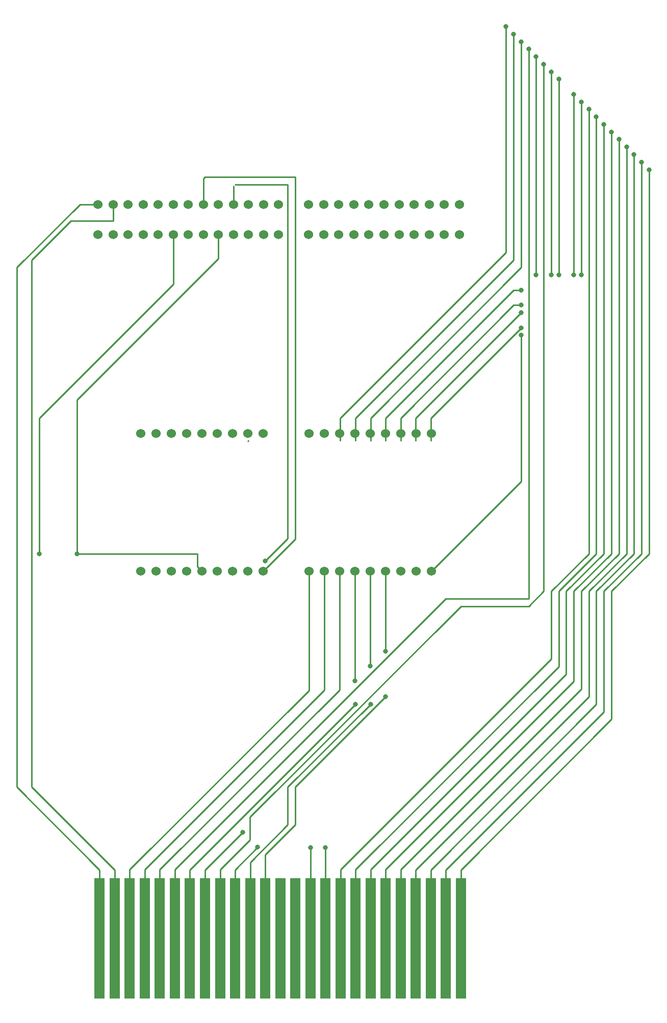
<source format=gbr>
%TF.GenerationSoftware,KiCad,Pcbnew,5.1.6-c6e7f7d~87~ubuntu18.04.1*%
%TF.CreationDate,2020-08-28T14:58:37-05:00*%
%TF.ProjectId,test_pcb,74657374-5f70-4636-922e-6b696361645f,rev?*%
%TF.SameCoordinates,Original*%
%TF.FileFunction,Copper,L2,Bot*%
%TF.FilePolarity,Positive*%
%FSLAX46Y46*%
G04 Gerber Fmt 4.6, Leading zero omitted, Abs format (unit mm)*
G04 Created by KiCad (PCBNEW 5.1.6-c6e7f7d~87~ubuntu18.04.1) date 2020-08-28 14:58:37*
%MOMM*%
%LPD*%
G01*
G04 APERTURE LIST*
%TA.AperFunction,ComponentPad*%
%ADD10C,1.524000*%
%TD*%
%TA.AperFunction,SMDPad,CuDef*%
%ADD11R,1.800000X20.000000*%
%TD*%
%TA.AperFunction,ViaPad*%
%ADD12C,0.800000*%
%TD*%
%TA.AperFunction,Conductor*%
%ADD13C,0.250000*%
%TD*%
G04 APERTURE END LIST*
D10*
%TO.P,REF\u002A\u002A,49*%
%TO.N,N/C*%
X109740000Y-45760000D03*
%TO.P,REF\u002A\u002A,48*%
X109740000Y-50760000D03*
%TO.P,REF\u002A\u002A,47*%
X112240000Y-45760000D03*
%TO.P,REF\u002A\u002A,46*%
X114740000Y-45760000D03*
%TO.P,REF\u002A\u002A,45*%
X117240000Y-45760000D03*
%TO.P,REF\u002A\u002A,44*%
X119740000Y-45760000D03*
%TO.P,REF\u002A\u002A,43*%
X122240000Y-45760000D03*
%TO.P,REF\u002A\u002A,42*%
X124740000Y-45760000D03*
%TO.P,REF\u002A\u002A,41*%
X127240000Y-45760000D03*
%TO.P,REF\u002A\u002A,40*%
X129740000Y-45760000D03*
%TO.P,REF\u002A\u002A,39*%
X132240000Y-45760000D03*
%TO.P,REF\u002A\u002A,38*%
X134740000Y-45760000D03*
%TO.P,REF\u002A\u002A,37*%
X137240000Y-45760000D03*
%TO.P,REF\u002A\u002A,36*%
X139740000Y-45760000D03*
%TO.P,REF\u002A\u002A,35*%
X144740000Y-45760000D03*
%TO.P,REF\u002A\u002A,34*%
X147240000Y-45760000D03*
%TO.P,REF\u002A\u002A,33*%
X149740000Y-45760000D03*
%TO.P,REF\u002A\u002A,32*%
X152240000Y-45760000D03*
%TO.P,REF\u002A\u002A,31*%
X154740000Y-45760000D03*
%TO.P,REF\u002A\u002A,30*%
X157240000Y-45760000D03*
%TO.P,REF\u002A\u002A,29*%
X159740000Y-45760000D03*
%TO.P,REF\u002A\u002A,28*%
X162240000Y-45760000D03*
%TO.P,REF\u002A\u002A,27*%
X164740000Y-45760000D03*
%TO.P,REF\u002A\u002A,26*%
X167240000Y-45760000D03*
%TO.P,REF\u002A\u002A,25*%
X169740000Y-45760000D03*
%TO.P,REF\u002A\u002A,24*%
X169740000Y-50760000D03*
%TO.P,REF\u002A\u002A,23*%
X167240000Y-50760000D03*
%TO.P,REF\u002A\u002A,22*%
X164740000Y-50760000D03*
%TO.P,REF\u002A\u002A,21*%
X162240000Y-50760000D03*
%TO.P,REF\u002A\u002A,20*%
X159740000Y-50760000D03*
%TO.P,REF\u002A\u002A,19*%
X157240000Y-50760000D03*
%TO.P,REF\u002A\u002A,18*%
X154740000Y-50760000D03*
%TO.P,REF\u002A\u002A,17*%
X152240000Y-50760000D03*
%TO.P,REF\u002A\u002A,16*%
X149740000Y-50760000D03*
%TO.P,REF\u002A\u002A,15*%
X147240000Y-50760000D03*
%TO.P,REF\u002A\u002A,14*%
X144740000Y-50760000D03*
%TO.P,REF\u002A\u002A,13*%
X139740000Y-50760000D03*
%TO.P,REF\u002A\u002A,12*%
X137240000Y-50760000D03*
%TO.P,REF\u002A\u002A,11*%
X137240000Y-50760000D03*
%TO.P,REF\u002A\u002A,10*%
X134740000Y-50760000D03*
%TO.P,REF\u002A\u002A,9*%
X132240000Y-50760000D03*
%TO.P,REF\u002A\u002A,8*%
X129740000Y-50760000D03*
%TO.P,REF\u002A\u002A,7*%
X127240000Y-50760000D03*
%TO.P,REF\u002A\u002A,6*%
X124740000Y-50760000D03*
%TO.P,REF\u002A\u002A,5*%
X122240000Y-50760000D03*
%TO.P,REF\u002A\u002A,4*%
X119740000Y-50760000D03*
%TO.P,REF\u002A\u002A,3*%
X117240000Y-50760000D03*
%TO.P,REF\u002A\u002A,2*%
X114740000Y-50760000D03*
%TO.P,REF\u002A\u002A,1*%
X112240000Y-50760000D03*
%TD*%
D11*
%TO.P,REF\u002A\u002A,1*%
%TO.N,N/C*%
X110020000Y-167640000D03*
%TO.P,REF\u002A\u002A,2*%
X112520000Y-167640000D03*
%TO.P,REF\u002A\u002A,3*%
X115020000Y-167640000D03*
%TO.P,REF\u002A\u002A,4*%
X117520000Y-167640000D03*
%TO.P,REF\u002A\u002A,5*%
X120020000Y-167640000D03*
%TO.P,REF\u002A\u002A,6*%
X122520000Y-167640000D03*
%TO.P,REF\u002A\u002A,7*%
X125020000Y-167640000D03*
%TO.P,REF\u002A\u002A,8*%
X127520000Y-167640000D03*
%TO.P,REF\u002A\u002A,9*%
X130020000Y-167640000D03*
%TO.P,REF\u002A\u002A,10*%
X132520000Y-167640000D03*
%TO.P,REF\u002A\u002A,11*%
X135020000Y-167640000D03*
%TO.P,REF\u002A\u002A,12*%
X137520000Y-167640000D03*
%TO.P,REF\u002A\u002A,13*%
X140020000Y-167640000D03*
%TO.P,REF\u002A\u002A,14*%
X142520000Y-167640000D03*
%TO.P,REF\u002A\u002A,15*%
X145020000Y-167640000D03*
%TO.P,REF\u002A\u002A,16*%
X147520000Y-167640000D03*
%TO.P,REF\u002A\u002A,17*%
X150020000Y-167640000D03*
%TO.P,REF\u002A\u002A,18*%
X152520000Y-167640000D03*
%TO.P,REF\u002A\u002A,19*%
X155020000Y-167640000D03*
%TO.P,REF\u002A\u002A,20*%
X157520000Y-167640000D03*
%TO.P,REF\u002A\u002A,21*%
X160020000Y-167640000D03*
%TO.P,REF\u002A\u002A,22*%
X162520000Y-167640000D03*
%TO.P,REF\u002A\u002A,23*%
X165020000Y-167640000D03*
%TO.P,REF\u002A\u002A,24*%
X167520000Y-167640000D03*
%TO.P,REF\u002A\u002A,25*%
X170020000Y-167640000D03*
%TD*%
D10*
%TO.P,REF\u002A\u002A,1*%
%TO.N,N/C*%
X116840000Y-106680000D03*
%TO.P,REF\u002A\u002A,2*%
X119380000Y-106680000D03*
%TO.P,REF\u002A\u002A,3*%
X121920000Y-106680000D03*
%TO.P,REF\u002A\u002A,4*%
X124460000Y-106680000D03*
%TO.P,REF\u002A\u002A,5*%
X127000000Y-106680000D03*
%TO.P,REF\u002A\u002A,6*%
X129540000Y-106680000D03*
%TO.P,REF\u002A\u002A,7*%
X132080000Y-106680000D03*
%TO.P,REF\u002A\u002A,8*%
X134620000Y-106680000D03*
%TO.P,REF\u002A\u002A,9*%
X137160000Y-106680000D03*
%TO.P,REF\u002A\u002A,10*%
X144780000Y-106680000D03*
%TO.P,REF\u002A\u002A,12*%
X147320000Y-106680000D03*
%TO.P,REF\u002A\u002A,11*%
X149860000Y-106680000D03*
%TO.P,REF\u002A\u002A,13*%
X152400000Y-106680000D03*
%TO.P,REF\u002A\u002A,14*%
X154940000Y-106680000D03*
%TO.P,REF\u002A\u002A,15*%
X157480000Y-106680000D03*
%TO.P,REF\u002A\u002A,16*%
X160020000Y-106680000D03*
%TO.P,REF\u002A\u002A,17*%
X162560000Y-106680000D03*
%TO.P,REF\u002A\u002A,18*%
X165100000Y-106680000D03*
%TO.P,REF\u002A\u002A,19*%
X116840000Y-83820000D03*
%TO.P,REF\u002A\u002A,20*%
X119380000Y-83820000D03*
%TO.P,REF\u002A\u002A,21*%
X121920000Y-83820000D03*
%TO.P,REF\u002A\u002A,22*%
X124460000Y-83820000D03*
%TO.P,REF\u002A\u002A,23*%
X127000000Y-83820000D03*
%TO.P,REF\u002A\u002A,24*%
X129540000Y-83820000D03*
%TO.P,REF\u002A\u002A,25*%
X132080000Y-83820000D03*
%TO.P,REF\u002A\u002A,26*%
X134620000Y-83820000D03*
%TO.P,REF\u002A\u002A,27*%
X137160000Y-83820000D03*
%TO.P,REF\u002A\u002A,28*%
X144780000Y-83820000D03*
%TO.P,REF\u002A\u002A,29*%
X147320000Y-83820000D03*
%TO.P,REF\u002A\u002A,30*%
X149860000Y-83820000D03*
%TO.P,REF\u002A\u002A,31*%
X152400000Y-83820000D03*
%TO.P,REF\u002A\u002A,32*%
X154940000Y-83820000D03*
%TO.P,REF\u002A\u002A,33*%
X157480000Y-83820000D03*
%TO.P,REF\u002A\u002A,34*%
X160020000Y-83820000D03*
%TO.P,REF\u002A\u002A,35*%
X162560000Y-83820000D03*
%TO.P,REF\u002A\u002A,36*%
X165100000Y-83820000D03*
%TD*%
D12*
%TO.N,*%
X106250000Y-103750000D03*
X100000000Y-103750000D03*
X177500000Y-16250000D03*
X178750000Y-17500000D03*
X180000000Y-18750000D03*
X181250000Y-20000000D03*
X182500000Y-21250000D03*
X183750000Y-22500000D03*
X185000000Y-23750000D03*
X186250000Y-25000000D03*
X188750000Y-27500000D03*
X190000000Y-28750000D03*
X191250000Y-30000000D03*
X192500000Y-31250000D03*
X193750000Y-32500000D03*
X195000000Y-33750000D03*
X196250000Y-35000000D03*
X197500000Y-36250000D03*
X198750000Y-37500000D03*
X200000000Y-38750000D03*
X201250000Y-40000000D03*
X182500000Y-57500000D03*
X180000000Y-60000000D03*
X152400000Y-124900000D03*
X152500000Y-128750000D03*
X137500000Y-105000000D03*
X133750000Y-150000000D03*
X136250000Y-152500000D03*
X185000000Y-57500000D03*
X186250000Y-57500000D03*
X180000000Y-62500000D03*
X180000000Y-63750000D03*
X154940000Y-122440000D03*
X157500000Y-120000000D03*
X157500000Y-127500000D03*
X155000000Y-128750000D03*
X145020000Y-152520000D03*
X147520000Y-152520000D03*
X188750000Y-57500000D03*
X190000000Y-57500000D03*
X180000000Y-66250000D03*
X180000000Y-67500000D03*
%TD*%
D13*
%TO.N,*%
X134740000Y-84970000D02*
X134620000Y-85090000D01*
X144740000Y-83780000D02*
X144780000Y-83820000D01*
X129740000Y-50760000D02*
X129740000Y-54740000D01*
X129740000Y-54740000D02*
X106250000Y-78230000D01*
X106250000Y-78230000D02*
X106250000Y-103750000D01*
X122240000Y-50760000D02*
X122240000Y-54740000D01*
X122240000Y-54740000D02*
X122240000Y-59010000D01*
X122240000Y-59010000D02*
X100000000Y-81250000D01*
X100000000Y-81250000D02*
X100000000Y-103750000D01*
X106250000Y-103750000D02*
X106250000Y-103750000D01*
X100000000Y-103750000D02*
X100000000Y-103750000D01*
X106250000Y-103750000D02*
X126250000Y-103750000D01*
X126250000Y-105930000D02*
X127000000Y-106680000D01*
X126250000Y-103750000D02*
X126250000Y-105930000D01*
X132240000Y-45760000D02*
X132240000Y-42760000D01*
X132500000Y-42500000D02*
X141250000Y-42500000D01*
X141250000Y-42500000D02*
X141250000Y-59410000D01*
X127500000Y-41250000D02*
X142500000Y-41250000D01*
X142500000Y-101340000D02*
X137160000Y-106680000D01*
X127240000Y-45760000D02*
X127240000Y-41510000D01*
X142500000Y-41250000D02*
X142500000Y-101340000D01*
X127240000Y-41510000D02*
X127500000Y-41250000D01*
X98750000Y-142500000D02*
X112520000Y-156270000D01*
X98750000Y-55000000D02*
X98750000Y-142500000D01*
X105260000Y-48490000D02*
X98750000Y-55000000D01*
X112240000Y-45760000D02*
X112240000Y-48490000D01*
X112520000Y-156270000D02*
X112520000Y-167640000D01*
X112240000Y-48490000D02*
X105260000Y-48490000D01*
X110020000Y-156270000D02*
X110020000Y-167640000D01*
X96250000Y-56250000D02*
X96250000Y-142500000D01*
X96250000Y-142500000D02*
X110020000Y-156270000D01*
X109740000Y-45760000D02*
X106740000Y-45760000D01*
X106740000Y-45760000D02*
X96250000Y-56250000D01*
X178750000Y-17500000D02*
X178750000Y-52500000D01*
X180000000Y-18750000D02*
X180000000Y-52500000D01*
X182500000Y-21250000D02*
X182500000Y-52500000D01*
X188750000Y-27500000D02*
X188750000Y-52500000D01*
X190000000Y-28750000D02*
X190000000Y-52500000D01*
X177500000Y-16250000D02*
X177500000Y-52500000D01*
X177500000Y-52500000D02*
X177500000Y-53750000D01*
X177500000Y-53750000D02*
X150000000Y-81250000D01*
X150000000Y-81250000D02*
X150000000Y-85000000D01*
X178750000Y-52500000D02*
X178750000Y-55000000D01*
X178750000Y-55000000D02*
X152500000Y-81250000D01*
X152500000Y-81250000D02*
X152500000Y-85000000D01*
X180000000Y-52500000D02*
X180000000Y-56250000D01*
X180000000Y-56250000D02*
X155000000Y-81250000D01*
X155000000Y-81250000D02*
X155000000Y-85000000D01*
X144780000Y-106680000D02*
X144780000Y-126470000D01*
X115020000Y-156230000D02*
X115020000Y-167640000D01*
X144780000Y-126470000D02*
X115020000Y-156230000D01*
X147320000Y-106680000D02*
X147320000Y-126430000D01*
X117520000Y-156230000D02*
X117520000Y-167640000D01*
X147320000Y-126430000D02*
X117520000Y-156230000D01*
X149860000Y-106680000D02*
X149860000Y-126390000D01*
X120020000Y-156230000D02*
X120020000Y-167640000D01*
X149860000Y-126390000D02*
X120020000Y-156230000D01*
X167500000Y-111250000D02*
X122520000Y-156230000D01*
X122520000Y-156230000D02*
X122520000Y-167640000D01*
X181250000Y-20000000D02*
X181250000Y-111250000D01*
X181250000Y-111250000D02*
X167500000Y-111250000D01*
X182500000Y-52500000D02*
X182500000Y-57500000D01*
X182500000Y-57500000D02*
X182500000Y-57500000D01*
X180000000Y-60000000D02*
X178750000Y-60000000D01*
X178750000Y-60000000D02*
X157500000Y-81250000D01*
X157500000Y-81250000D02*
X157500000Y-85000000D01*
X152400000Y-106680000D02*
X152400000Y-124900000D01*
X152400000Y-124900000D02*
X152400000Y-124900000D01*
X152500000Y-128750000D02*
X125000000Y-156250000D01*
X125020000Y-156270000D02*
X125020000Y-167640000D01*
X125000000Y-156250000D02*
X125020000Y-156270000D01*
X141250000Y-59410000D02*
X141250000Y-101250000D01*
X141250000Y-101250000D02*
X137500000Y-105000000D01*
X137500000Y-105000000D02*
X137500000Y-105000000D01*
X133750000Y-150000000D02*
X127500000Y-156250000D01*
X127520000Y-156270000D02*
X127520000Y-167640000D01*
X127500000Y-156250000D02*
X127520000Y-156270000D01*
X135000000Y-151250000D02*
X130020000Y-156230000D01*
X183750000Y-22500000D02*
X183750000Y-110000000D01*
X130020000Y-156230000D02*
X130020000Y-167640000D01*
X136250000Y-152500000D02*
X132500000Y-156250000D01*
X132520000Y-156270000D02*
X132520000Y-167640000D01*
X132500000Y-156250000D02*
X132520000Y-156270000D01*
X186250000Y-25000000D02*
X186250000Y-52500000D01*
X185000000Y-23750000D02*
X185000000Y-52500000D01*
X185000000Y-52500000D02*
X185000000Y-57500000D01*
X186250000Y-52500000D02*
X186250000Y-57500000D01*
X185000000Y-57500000D02*
X185000000Y-57500000D01*
X186250000Y-57500000D02*
X186250000Y-57500000D01*
X180000000Y-62500000D02*
X178750000Y-62500000D01*
X178750000Y-62500000D02*
X160000000Y-81250000D01*
X160000000Y-81250000D02*
X160000000Y-85000000D01*
X180000000Y-63750000D02*
X162500000Y-81250000D01*
X162500000Y-81250000D02*
X162500000Y-85000000D01*
X154940000Y-106680000D02*
X154940000Y-122440000D01*
X157500000Y-106700000D02*
X157480000Y-106680000D01*
X157500000Y-120000000D02*
X157500000Y-120000000D01*
X154940000Y-122440000D02*
X154940000Y-122440000D01*
X157500000Y-120000000D02*
X157500000Y-106700000D01*
X135000000Y-151250000D02*
X135000000Y-147500000D01*
X135000000Y-147500000D02*
X170000000Y-112500000D01*
X170000000Y-112500000D02*
X181250000Y-112500000D01*
X181250000Y-112500000D02*
X183750000Y-110000000D01*
X137520000Y-167640000D02*
X137520000Y-156270000D01*
X137520000Y-156270000D02*
X137520000Y-153730000D01*
X137520000Y-153730000D02*
X142500000Y-148750000D01*
X142500000Y-148750000D02*
X142500000Y-143750000D01*
X135020000Y-154980000D02*
X135020000Y-156270000D01*
X135020000Y-156270000D02*
X135020000Y-167640000D01*
X141250000Y-142500000D02*
X141250000Y-148750000D01*
X141250000Y-148750000D02*
X135020000Y-154980000D01*
X141250000Y-142500000D02*
X155000000Y-128750000D01*
X142500000Y-143750000D02*
X142500000Y-142500000D01*
X142500000Y-142500000D02*
X157500000Y-127500000D01*
X157500000Y-127500000D02*
X157500000Y-127500000D01*
X155000000Y-128750000D02*
X155000000Y-128750000D01*
X145020000Y-167640000D02*
X145020000Y-156270000D01*
X147520000Y-167640000D02*
X147520000Y-156270000D01*
X145020000Y-156270000D02*
X145020000Y-152520000D01*
X147520000Y-156270000D02*
X147520000Y-152520000D01*
X145020000Y-152520000D02*
X145020000Y-152520000D01*
X147520000Y-152520000D02*
X147520000Y-152520000D01*
X188750000Y-52500000D02*
X188750000Y-57500000D01*
X190000000Y-52500000D02*
X190000000Y-57500000D01*
X188750000Y-57500000D02*
X188750000Y-57500000D01*
X190000000Y-57500000D02*
X190000000Y-57500000D01*
X180000000Y-66250000D02*
X165000000Y-81250000D01*
X165000000Y-81250000D02*
X165000000Y-85000000D01*
X180000000Y-91780000D02*
X165100000Y-106680000D01*
X180000000Y-67500000D02*
X180000000Y-91780000D01*
X185000000Y-121250000D02*
X150020000Y-156230000D01*
X191250000Y-30000000D02*
X191250000Y-103750000D01*
X150020000Y-156230000D02*
X150020000Y-167640000D01*
X185000000Y-110000000D02*
X185000000Y-121250000D01*
X191250000Y-103750000D02*
X185000000Y-110000000D01*
X152520000Y-156230000D02*
X152520000Y-167640000D01*
X186250000Y-122500000D02*
X152520000Y-156230000D01*
X186250000Y-110000000D02*
X186250000Y-122500000D01*
X192500000Y-31250000D02*
X192500000Y-103750000D01*
X192500000Y-103750000D02*
X186250000Y-110000000D01*
X155020000Y-156230000D02*
X155020000Y-167640000D01*
X187500000Y-110000000D02*
X187500000Y-123750000D01*
X187500000Y-123750000D02*
X155020000Y-156230000D01*
X193750000Y-32500000D02*
X193750000Y-103750000D01*
X193750000Y-103750000D02*
X187500000Y-110000000D01*
X188750000Y-125000000D02*
X157520000Y-156230000D01*
X188750000Y-110000000D02*
X188750000Y-125000000D01*
X195000000Y-33750000D02*
X195000000Y-103750000D01*
X157520000Y-156230000D02*
X157520000Y-167640000D01*
X195000000Y-103750000D02*
X188750000Y-110000000D01*
X160020000Y-156230000D02*
X160020000Y-167640000D01*
X190000000Y-126250000D02*
X160020000Y-156230000D01*
X190000000Y-110000000D02*
X190000000Y-126250000D01*
X196250000Y-35000000D02*
X196250000Y-103750000D01*
X196250000Y-103750000D02*
X190000000Y-110000000D01*
X191250000Y-127500000D02*
X162500000Y-156250000D01*
X162500000Y-156250000D02*
X162520000Y-156270000D01*
X191250000Y-110000000D02*
X191250000Y-127500000D01*
X197500000Y-36250000D02*
X197500000Y-103750000D01*
X162520000Y-156270000D02*
X162520000Y-167640000D01*
X197500000Y-103750000D02*
X191250000Y-110000000D01*
X165020000Y-156270000D02*
X165020000Y-167640000D01*
X165000000Y-156250000D02*
X165020000Y-156270000D01*
X192500000Y-128750000D02*
X165000000Y-156250000D01*
X192500000Y-110000000D02*
X192500000Y-128750000D01*
X198750000Y-37500000D02*
X198750000Y-103750000D01*
X198750000Y-103750000D02*
X192500000Y-110000000D01*
X167500000Y-156250000D02*
X167520000Y-156270000D01*
X167520000Y-156270000D02*
X167520000Y-167640000D01*
X193750000Y-130000000D02*
X167500000Y-156250000D01*
X193750000Y-110000000D02*
X193750000Y-130000000D01*
X200000000Y-38750000D02*
X200000000Y-103750000D01*
X200000000Y-103750000D02*
X193750000Y-110000000D01*
X195000000Y-110000000D02*
X195000000Y-131250000D01*
X170020000Y-156270000D02*
X170020000Y-167640000D01*
X195000000Y-131250000D02*
X170000000Y-156250000D01*
X201250000Y-40000000D02*
X201250000Y-103750000D01*
X170000000Y-156250000D02*
X170020000Y-156270000D01*
X201250000Y-103750000D02*
X195000000Y-110000000D01*
%TD*%
M02*

</source>
